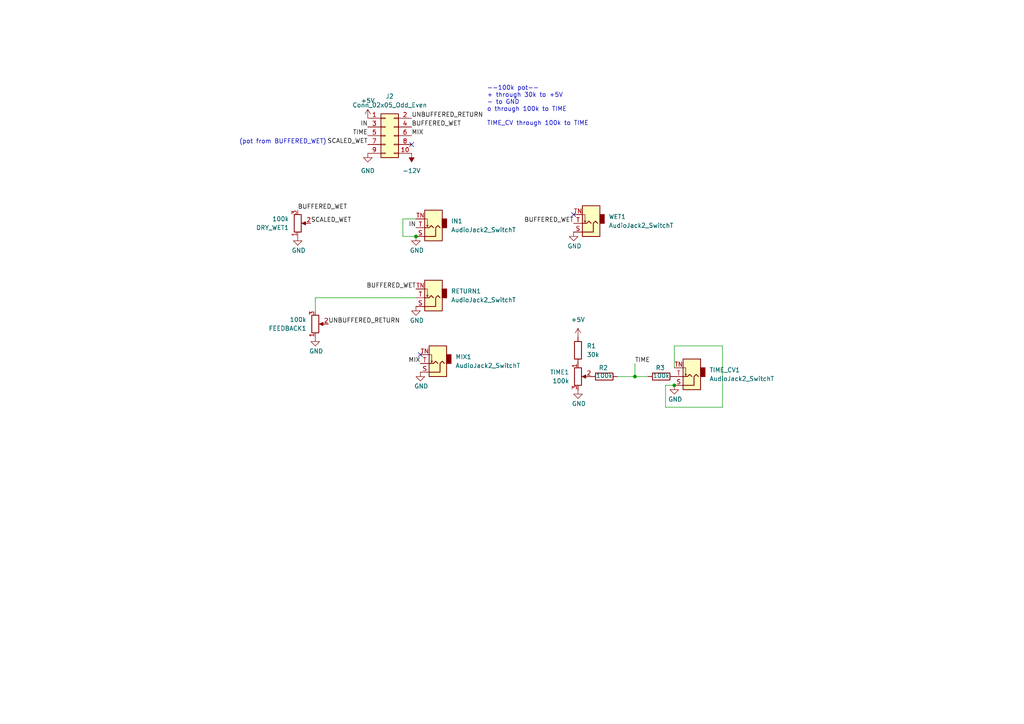
<source format=kicad_sch>
(kicad_sch (version 20231120) (generator "eeschema") (generator_version "8.0")
  (paper "A4")
  (lib_symbols
    (symbol "Connector:AudioJack2_SwitchT"
      (property "Reference" "J" (at 0 8.89 0))
      (property "Value" "AudioJack2_SwitchT" (at 0 6.35 0))
      (symbol "AudioJack2_SwitchT_0_1"
        (rectangle (start -2.54 0) (end -3.81 -2.54) (stroke (width 0.254)) (fill (type outline)))
        (polyline (pts (xy 1.778 -0.254) (xy 2.032 -0.762)))
        (polyline (pts (xy 0 0) (xy 0.635 -0.635) (xy 1.27 0) (xy 2.54 0)) (stroke (width 0.254)))
        (polyline (pts (xy 2.54 -2.54) (xy 1.778 -2.54) (xy 1.778 -0.254) (xy 1.524 -0.762)))
        (polyline (pts (xy 2.54 2.54) (xy -0.635 2.54) (xy -0.635 0) (xy -1.27 -0.635) (xy -1.905 0)) (stroke (width 0.254)))
        (rectangle (start 2.54 3.81) (end -2.54 -5.08) (stroke (width 0.254)) (fill (type background)))
      )
      (symbol "AudioJack2_SwitchT_1_1"
        (pin passive line (at 5.08 2.54 180) (length 2.54) (name "~") (number "S"))
        (pin passive line (at 5.08 0 180) (length 2.54) (name "~") (number "T"))
        (pin passive line (at 5.08 -2.54 180) (length 2.54) (name "~") (number "TN"))
      )
    )
    (symbol "Connector_Generic:Conn_02x05_Odd_Even" (pin_names (offset 1.016) hide)
      (property "Reference" "J" (at 1.27 7.62 0))
      (property "Value" "Conn_02x05_Odd_Even" (at 1.27 -7.62 0))
      (symbol "Conn_02x05_Odd_Even_1_1"
        (rectangle (start -1.27 -4.953) (end 0 -5.207) (stroke (width 0.1524)))
        (rectangle (start -1.27 -2.413) (end 0 -2.667) (stroke (width 0.1524)))
        (rectangle (start -1.27 0.127) (end 0 -0.127) (stroke (width 0.1524)))
        (rectangle (start -1.27 2.667) (end 0 2.413) (stroke (width 0.1524)))
        (rectangle (start -1.27 5.207) (end 0 4.953) (stroke (width 0.1524)))
        (rectangle (start -1.27 6.35) (end 3.81 -6.35) (stroke (width 0.254)) (fill (type background)))
        (rectangle (start 3.81 -4.953) (end 2.54 -5.207) (stroke (width 0.1524)))
        (rectangle (start 3.81 -2.413) (end 2.54 -2.667) (stroke (width 0.1524)))
        (rectangle (start 3.81 0.127) (end 2.54 -0.127) (stroke (width 0.1524)))
        (rectangle (start 3.81 2.667) (end 2.54 2.413) (stroke (width 0.1524)))
        (rectangle (start 3.81 5.207) (end 2.54 4.953) (stroke (width 0.1524)))
        (pin passive line (at -5.08 5.08 0) (length 3.81) (name "Pin_1") (number "1"))
        (pin passive line (at 7.62 -5.08 180) (length 3.81) (name "Pin_10") (number "10"))
        (pin passive line (at 7.62 5.08 180) (length 3.81) (name "Pin_2") (number "2"))
        (pin passive line (at -5.08 2.54 0) (length 3.81) (name "Pin_3") (number "3"))
        (pin passive line (at 7.62 2.54 180) (length 3.81) (name "Pin_4") (number "4"))
        (pin passive line (at -5.08 0 0) (length 3.81) (name "Pin_5") (number "5"))
        (pin passive line (at 7.62 0 180) (length 3.81) (name "Pin_6") (number "6"))
        (pin passive line (at -5.08 -2.54 0) (length 3.81) (name "Pin_7") (number "7"))
        (pin passive line (at 7.62 -2.54 180) (length 3.81) (name "Pin_8") (number "8"))
        (pin passive line (at -5.08 -5.08 0) (length 3.81) (name "Pin_9") (number "9"))
      )
    )
    (symbol "Device:R" (pin_numbers hide) (pin_names (offset 0))
      (property "Reference" "R" (at 2.032 0 90))
      (property "Value" "R" (at 0 0 90))
      (symbol "R_0_1"
        (rectangle (start -1.016 -2.54) (end 1.016 2.54) (stroke (width 0.254)))
      )
      (symbol "R_1_1"
        (pin passive line (at 0 3.81 270) (length 1.27) (name "~") (number "1"))
        (pin passive line (at 0 -3.81 90) (length 1.27) (name "~") (number "2"))
      )
    )
    (symbol "Device:R_Potentiometer" (pin_names (offset 1.016) hide)
      (property "Reference" "RV" (at -4.445 0 90))
      (property "Value" "R_Potentiometer" (at -2.54 0 90))
      (symbol "R_Potentiometer_0_1"
        (polyline (pts (xy 2.54 0) (xy 1.524 0)))
        (polyline (pts (xy 1.143 0) (xy 2.286 0.508) (xy 2.286 -0.508) (xy 1.143 0)) (fill (type outline)))
        (rectangle (start 1.016 2.54) (end -1.016 -2.54) (stroke (width 0.254)))
      )
      (symbol "R_Potentiometer_1_1"
        (pin passive line (at 0 3.81 270) (length 1.27) (name "1") (number "1"))
        (pin passive line (at 3.81 0 180) (length 1.27) (name "2") (number "2"))
        (pin passive line (at 0 -3.81 90) (length 1.27) (name "3") (number "3"))
      )
    )
    (symbol "power:+12V" (power) (pin_numbers hide) (pin_names (offset 0) hide)
      (property "Value" "+12V" (at 0 3.556 0))
      (symbol "+12V_0_1"
        (polyline (pts (xy -0.762 1.27) (xy 0 2.54)))
        (polyline (pts (xy 0 0) (xy 0 2.54)))
        (polyline (pts (xy 0 2.54) (xy 0.762 1.27)))
      )
      (symbol "+12V_1_1"
        (pin power_in line (at 0 0 90) (length 0) (name "~") (number "1"))
      )
    )
    (symbol "power:-12V" (power) (pin_numbers hide) (pin_names (offset 0) hide)
      (property "Value" "-12V" (at 0 3.556 0))
      (symbol "-12V_0_0"
        (pin power_in line (at 0 0 90) (length 0) (name "~") (number "1"))
      )
      (symbol "-12V_0_1"
        (polyline (pts (xy 0 0) (xy 0 1.27) (xy 0.762 1.27) (xy 0 2.54) (xy -0.762 1.27) (xy 0 1.27)) (fill (type outline)))
      )
    )
    (symbol "power:GND" (power) (pin_numbers hide) (pin_names (offset 0) hide)
      (property "Value" "GND" (at 0 -3.81 0))
      (symbol "GND_0_1"
        (polyline (pts (xy 0 0) (xy 0 -1.27) (xy 1.27 -1.27) (xy 0 -2.54) (xy -1.27 -1.27) (xy 0 -1.27)))
      )
      (symbol "GND_1_1"
        (pin power_in line (at 0 0 270) (length 0) (name "~") (number "1"))
      )
    )
  )
  (junction (at 120.65 68.58))
  (junction (at 184.15 109.22))
  (junction (at 195.58 111.76))
  (no_connect (at 121.92 102.87))
  (no_connect (at 166.37 62.23))
  (no_connect (at 119.38 41.91))
  (wire (pts (xy 116.84 68.58) (xy 120.65 68.58)))
  (wire (pts (xy 179.07 109.22) (xy 184.15 109.22)))
  (wire (pts (xy 209.55 118.11) (xy 193.04 118.11)))
  (wire (pts (xy 209.55 100.33) (xy 209.55 118.11)))
  (wire (pts (xy 195.58 100.33) (xy 209.55 100.33)))
  (wire (pts (xy 91.44 86.36) (xy 91.44 90.17)))
  (wire (pts (xy 120.65 63.5) (xy 116.84 63.5)))
  (wire (pts (xy 116.84 63.5) (xy 116.84 68.58)))
  (wire (pts (xy 193.04 111.76) (xy 195.58 111.76)))
  (wire (pts (xy 193.04 118.11) (xy 193.04 111.76)))
  (wire (pts (xy 120.65 86.36) (xy 91.44 86.36)))
  (wire (pts (xy 195.58 106.68) (xy 195.58 100.33)))
  (wire (pts (xy 184.15 109.22) (xy 187.96 109.22)))
  (wire (pts (xy 184.15 105.41) (xy 184.15 109.22)))
  (text "(pot from BUFFERED_WET)" (at 82.042 41.148 0) (effects (font (size 1.27 1.27))))
  (text "--100k pot--\n+ through 30k to +5V\n- to GND\no through 100k to TIME\n\nTIME_CV through 100k to TIME" (at 141.224 30.734 0) (effects (font (size 1.27 1.27)) (justify left)))
  (label "SCALED_WET" (at 106.68 41.91 180))
  (label "SCALED_WET" (at 90.17 64.77 0))
  (label "UNBUFFERED_RETURN" (at 95.25 93.98 0))
  (label "TIME" (at 184.15 105.41 0))
  (label "UNBUFFERED_RETURN" (at 119.38 34.29 0))
  (label "BUFFERED_WET" (at 119.38 36.83 0))
  (label "BUFFERED_WET" (at 166.37 64.77 180))
  (label "MIX" (at 121.92 105.41 180))
  (label "BUFFERED_WET" (at 86.36 60.96 0))
  (label "IN" (at 120.65 66.04 180))
  (label "TIME" (at 106.68 39.37 180))
  (label "MIX" (at 119.38 39.37 0))
  (label "IN" (at 106.68 36.83 180))
  (label "BUFFERED_WET" (at 120.65 83.82 180))
  (symbol (lib_id "Connector:AudioJack2_SwitchT") (at 125.73 86.36 180) (unit 1)
    (property "Reference" "RETURN1" (at 130.81 84.4549 0) (effects (justify right)))
    (property "Value" "AudioJack2_SwitchT" (at 130.81 86.9949 0) (effects (justify right)))
    (property "Footprint" "Connector_Audio:Jack_3.5mm_QingPu_WQP-PJ398SM_Vertical_CircularHoles" (effects (hide yes)))
  )
  (symbol (lib_id "power:+12V") (at 167.64 97.79 0) (unit 1)
    (property "Reference" "#PWR011" (effects (hide yes)))
    (property "Value" "+5V" (at 167.64 92.71 0))
    (property "Description" "Power symbol creates a global label with name \"+12V\"" (effects (hide yes)))
  )
  (symbol (lib_id "Connector:AudioJack2_SwitchT") (at 200.66 109.22 180) (unit 1)
    (property "Reference" "TIME_CV1" (at 205.74 107.3149 0) (effects (justify right)))
    (property "Value" "AudioJack2_SwitchT" (at 205.74 109.8549 0) (effects (justify right)))
    (property "Footprint" "Connector_Audio:Jack_3.5mm_QingPu_WQP-PJ398SM_Vertical_CircularHoles" (effects (hide yes)))
  )
  (symbol (lib_id "power:GND") (at 167.64 113.03 0) (unit 1)
    (property "Reference" "#PWR012" (effects (hide yes)))
    (property "Value" "GND" (at 167.894 117.094 0))
    (property "Description" "Power symbol creates a global label with name \"GND\" , ground" (effects (hide yes)))
  )
  (symbol (lib_id "Device:R_Potentiometer") (at 91.44 93.98 0) (mirror x) (unit 1)
    (property "Reference" "FEEDBACK1" (at 88.9 95.2501 0) (effects (justify right)))
    (property "Value" "100k" (at 88.9 92.7101 0) (effects (justify right)))
    (property "Footprint" "Potentiometer_THT:Potentiometer_Alps_RK09K_Single_Vertical" (effects (hide yes)))
  )
  (symbol (lib_id "Device:R") (at 167.64 101.6 0) (unit 1)
    (property "Reference" "R1" (at 170.18 100.3299 0) (effects (justify left)))
    (property "Value" "30k" (at 170.18 102.8699 0) (effects (justify left)))
    (property "Footprint" "Resistor_SMD:R_0603_1608Metric_Pad0.98x0.95mm_HandSolder" (effects (hide yes)))
    (property "Description" "Resistor" (effects (hide yes)))
  )
  (symbol (lib_id "Device:R_Potentiometer") (at 86.36 64.77 0) (mirror x) (unit 1)
    (property "Reference" "DRY_WET1" (at 83.82 66.0401 0) (effects (justify right)))
    (property "Value" "100k" (at 83.82 63.5001 0) (effects (justify right)))
    (property "Footprint" "Potentiometer_THT:Potentiometer_Alps_RK09K_Single_Vertical" (effects (hide yes)))
  )
  (symbol (lib_id "Device:R") (at 191.77 109.22 90) (unit 1)
    (property "Reference" "R3" (at 191.516 106.68 90))
    (property "Value" "100k" (at 191.77 108.966 90))
    (property "Footprint" "Resistor_SMD:R_0603_1608Metric_Pad0.98x0.95mm_HandSolder" (effects (hide yes)))
    (property "Description" "Resistor" (effects (hide yes)))
  )
  (symbol (lib_id "power:GND") (at 120.65 68.58 0) (unit 1)
    (property "Reference" "#PWR04" (effects (hide yes)))
    (property "Value" "GND" (at 120.904 72.644 0))
    (property "Description" "Power symbol creates a global label with name \"GND\" , ground" (effects (hide yes)))
  )
  (symbol (lib_id "power:GND") (at 121.92 107.95 0) (unit 1)
    (property "Reference" "#PWR08" (effects (hide yes)))
    (property "Value" "GND" (at 122.174 112.014 0))
    (property "Description" "Power symbol creates a global label with name \"GND\" , ground" (effects (hide yes)))
  )
  (symbol (lib_id "power:GND") (at 120.65 88.9 0) (unit 1)
    (property "Reference" "#PWR06" (effects (hide yes)))
    (property "Value" "GND" (at 120.904 92.964 0))
    (property "Description" "Power symbol creates a global label with name \"GND\" , ground" (effects (hide yes)))
  )
  (symbol (lib_id "power:-12V") (at 119.38 44.45 180) (unit 1)
    (property "Reference" "#PWR03" (effects (hide yes)))
    (property "Value" "-12V" (at 119.38 49.53 0))
    (property "Description" "Power symbol creates a global label with name \"-12V\"" (effects (hide yes)))
  )
  (symbol (lib_id "Device:R_Potentiometer") (at 167.64 109.22 0) (unit 1)
    (property "Reference" "TIME1" (at 165.1 107.9499 0) (effects (justify right)))
    (property "Value" "100k" (at 165.1 110.4899 0) (effects (justify right)))
    (property "Footprint" "Potentiometer_THT:Potentiometer_Alps_RK09K_Single_Vertical" (effects (hide yes)))
  )
  (symbol (lib_id "power:+12V") (at 106.68 34.29 0) (unit 1)
    (property "Reference" "#PWR01" (effects (hide yes)))
    (property "Value" "+5V" (at 106.68 29.21 0))
    (property "Description" "Power symbol creates a global label with name \"+12V\"" (effects (hide yes)))
  )
  (symbol (lib_id "power:GND") (at 91.44 97.79 0) (unit 1)
    (property "Reference" "#PWR09" (effects (hide yes)))
    (property "Value" "GND" (at 91.694 101.854 0))
    (property "Description" "Power symbol creates a global label with name \"GND\" , ground" (effects (hide yes)))
  )
  (symbol (lib_id "power:GND") (at 106.68 44.45 0) (unit 1)
    (property "Reference" "#PWR02" (effects (hide yes)))
    (property "Value" "GND" (at 106.68 49.53 0))
    (property "Description" "Power symbol creates a global label with name \"GND\" , ground" (effects (hide yes)))
  )
  (symbol (lib_id "power:GND") (at 166.37 67.31 0) (unit 1)
    (property "Reference" "#PWR05" (effects (hide yes)))
    (property "Value" "GND" (at 166.624 71.374 0))
    (property "Description" "Power symbol creates a global label with name \"GND\" , ground" (effects (hide yes)))
  )
  (symbol (lib_id "Connector:AudioJack2_SwitchT") (at 127 105.41 180) (unit 1)
    (property "Reference" "MIX1" (at 132.08 103.5049 0) (effects (justify right)))
    (property "Value" "AudioJack2_SwitchT" (at 132.08 106.0449 0) (effects (justify right)))
    (property "Footprint" "Connector_Audio:Jack_3.5mm_QingPu_WQP-PJ398SM_Vertical_CircularHoles" (effects (hide yes)))
  )
  (symbol (lib_id "Connector:AudioJack2_SwitchT") (at 125.73 66.04 180) (unit 1)
    (property "Reference" "IN1" (at 130.81 64.1349 0) (effects (justify right)))
    (property "Value" "AudioJack2_SwitchT" (at 130.81 66.6749 0) (effects (justify right)))
    (property "Footprint" "Connector_Audio:Jack_3.5mm_QingPu_WQP-PJ398SM_Vertical_CircularHoles" (effects (hide yes)))
  )
  (symbol (lib_id "power:GND") (at 195.58 111.76 0) (unit 1)
    (property "Reference" "#PWR07" (effects (hide yes)))
    (property "Value" "GND" (at 195.834 115.824 0))
    (property "Description" "Power symbol creates a global label with name \"GND\" , ground" (effects (hide yes)))
  )
  (symbol (lib_id "Connector_Generic:Conn_02x05_Odd_Even") (at 111.76 39.37 0) (unit 1)
    (property "Reference" "J2" (at 113.03 27.94 0))
    (property "Value" "Conn_02x05_Odd_Even" (at 113.03 30.48 0))
    (property "Footprint" "Connector_PinHeader_2.54mm:PinHeader_2x05_P2.54mm_Vertical" (effects (hide yes)))
    (property "Description" "Generic connector, double row, 02x05, odd/even pin numbering scheme (row 1 odd numbers, row 2 even numbers), script generated (kicad-library-utils/schlib/autogen/connector/)" (effects (hide yes)))
  )
  (symbol (lib_id "Connector:AudioJack2_SwitchT") (at 171.45 64.77 180) (unit 1)
    (property "Reference" "WET1" (at 176.53 62.8649 0) (effects (justify right)))
    (property "Value" "AudioJack2_SwitchT" (at 176.53 65.4049 0) (effects (justify right)))
    (property "Footprint" "Connector_Audio:Jack_3.5mm_QingPu_WQP-PJ398SM_Vertical_CircularHoles" (effects (hide yes)))
  )
  (symbol (lib_id "power:GND") (at 86.36 68.58 0) (unit 1)
    (property "Reference" "#PWR010" (effects (hide yes)))
    (property "Value" "GND" (at 86.614 72.644 0))
    (property "Description" "Power symbol creates a global label with name \"GND\" , ground" (effects (hide yes)))
  )
  (symbol (lib_id "Device:R") (at 175.26 109.22 90) (unit 1)
    (property "Reference" "R2" (at 175.006 106.68 90))
    (property "Value" "100k" (at 175.26 108.966 90))
    (property "Footprint" "Resistor_SMD:R_0603_1608Metric_Pad0.98x0.95mm_HandSolder" (effects (hide yes)))
    (property "Description" "Resistor" (effects (hide yes)))
  )
)
</source>
